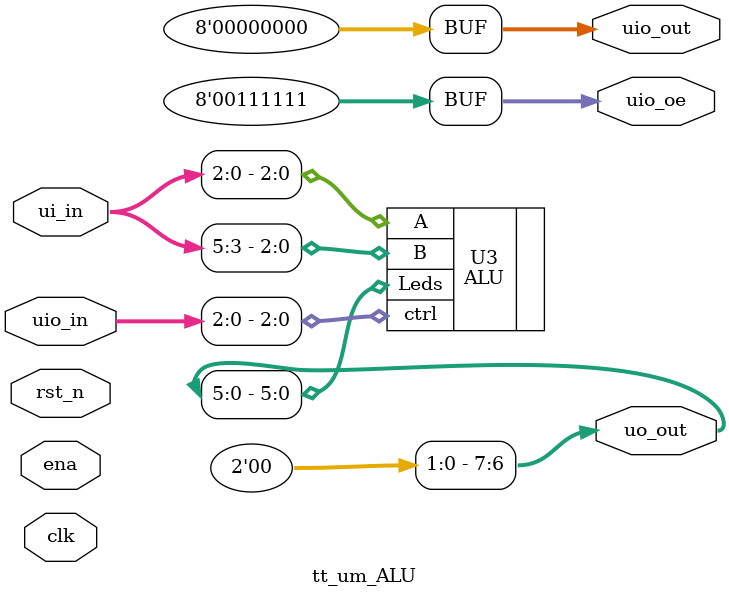
<source format=v>
/*
 * Copyright (c) 2024 Your Name
 * SPDX-License-Identifier: Apache-2.0
 */

`define default_netname none

module tt_um_ALU (
    input  wire [7:0] ui_in,    // Dedicated inputs
    output wire [7:0] uo_out,   // Dedicated outputs
    input  wire [7:0] uio_in,   // IOs: Input path
    output wire [7:0] uio_out,  // IOs: Output path
    output wire [7:0] uio_oe,   // IOs: Enable path (active high: 0=input, 1=output)
    input  wire       ena,      // will go high when the design is enabled
    input  wire       clk,      // clock
    input  wire       rst_n     // reset_n - low to reset
);

  // All output pins must be assigned. If not used, assign to 0.
    ALU U3 (.A(ui_in[2:0]), .B(ui_in[5:3]), .ctrl(uio_in[2:0]), .Leds(uo_out[5:0]));
    
    assign uio_oe= 8'b 00111111;
    assign uo_out[7:6]= 2'b00;
    assign uio_out[7:0]= 8'b00000000;
    
endmodule

</source>
